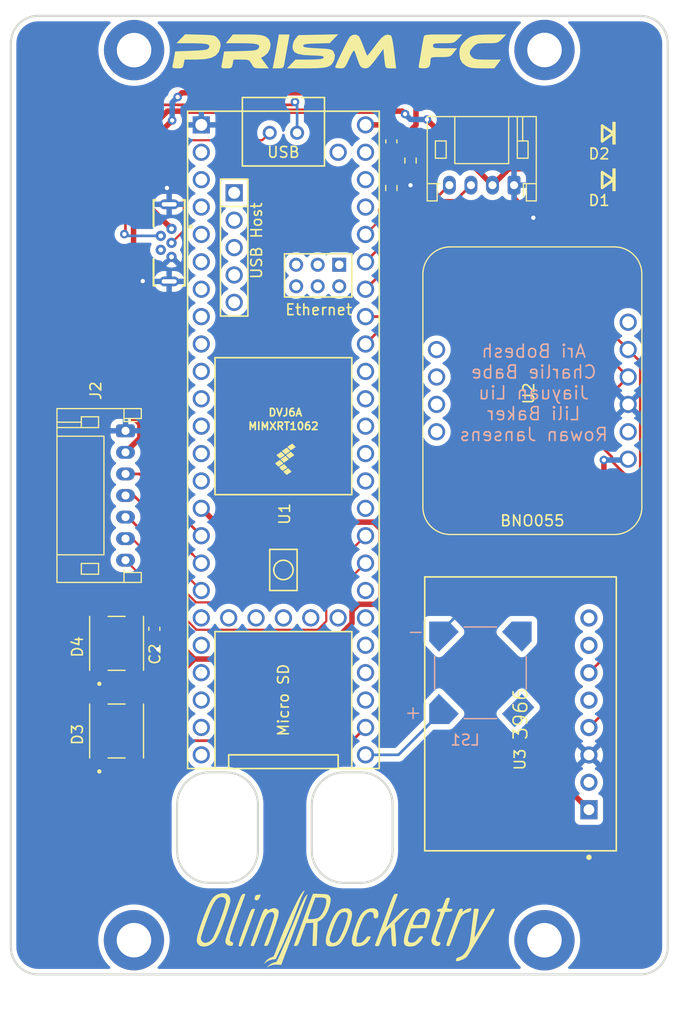
<source format=kicad_pcb>
(kicad_pcb (version 20211014) (generator pcbnew)
  (layers (0 "F.Cu" signal) (31 "B.Cu" signal) (34 "B.Paste" user) (35 "F.Paste" user) (36 "B.SilkS" user "B.Silkscreen") (37 "F.SilkS" user "F.Silkscreen") (38 "B.Mask" user) (39 "F.Mask" user) (44 "Edge.Cuts" user))
  (net 0 "")
  (net 1 "/V_BATT")
  (net 2 "GND")
  (net 3 "/TX 0")
  (net 4 "/PYRO 1")
  (net 5 "/PYRO 2")
  (net 6 "/CONT 1")
  (net 7 "/CONT 2")
  (net 8 "/ARM")
  (net 9 "Net-(R4-Pad2)")
  (net 20 "/SCL 0")
  (net 21 "/SDA 0")
  (net 22 "/BUZZER")
  (net 29 "/RX 0")
  (net 46 "/3.3V")
  (net 66 "Net-(D3-Pad4)")
  (net 67 "/NEOPIXEL")
  (net 68 "/VIN")
  (net 69 "/V_USB")
  (net 71 "Net-(J3-Pad2)")
  (net 76 "Net-(J3-Pad3)")
  (footprint "Resistor_SMD:R_0603_1608Metric" (layer "F.Cu") (at 142.494 66.04 90)
    (fp_text reference "R5" hide)
    (fp_text value "300K" hide)
    (pad "1" smd roundrect (at -0.825 0 90) (size 0.8 0.95) (layers "F.Cu" "F.Paste" "F.Mask") (net 9 "Net-(R4-Pad2)"))
    (pad "2" smd roundrect (at 0.825 0 90) (size 0.8 0.95) (layers "F.Cu" "F.Paste" "F.Mask") (net 2 "GND"))
  )
  (footprint "BMP388:Adafruit_Industries-3966-MFG" (layer "F.Cu") (at 154.48 114.81 90)
    (fp_text reference "U3" (at -5.332 -0.048 90) (layer "F.SilkS") (effects (justify left)))
    (fp_text value "3966" (at 0 0 90) (layer "F.SilkS") (effects (font (size 1.27 1.27))))
    (pad "1" thru_hole rect (at -8.89 6.35 180) (size 1.6 1.78) (drill 1) (layers *.Cu *.Mask) (net 46 "/3.3V"))
    (pad "2" thru_hole circle (at -6.35 6.35 180) (size 1.6 1.6) (drill 1) (layers *.Cu *.Mask))
    (pad "3" thru_hole circle (at -3.81 6.35 180) (size 1.6 1.6) (drill 1) (layers *.Cu *.Mask) (net 2 "GND"))
    (pad "4" thru_hole circle (at -1.27 6.35 180) (size 1.6 1.6) (drill 1) (layers *.Cu *.Mask) (net 20 "/SCL 0"))
    (pad "5" thru_hole circle (at 1.27 6.35 180) (size 1.6 1.6) (drill 1) (layers *.Cu *.Mask))
    (pad "6" thru_hole circle (at 3.81 6.35 180) (size 1.6 1.6) (drill 1) (layers *.Cu *.Mask) (net 21 "/SDA 0"))
    (pad "7" thru_hole circle (at 6.35 6.35 180) (size 1.6 1.6) (drill 1) (layers *.Cu *.Mask))
    (pad "8" thru_hole circle (at 8.89 6.35 180) (size 1.6 1.6) (drill 1) (layers *.Cu *.Mask))
  )
  (footprint "MountingHole:MountingHole_3.2mm_M3_DIN965_Pad_TopBottom" (layer "F.Cu") (at 118.614971 53.255682)
    (fp_text reference "H1")
    (fp_text value "MountingHole_Pad")
    (pad "1" thru_hole circle (at 0 0) (size 3.6 3.6) (drill 3.2) (layers *.Cu *.Mask))
    (pad "1" connect circle (at 0 0) (size 5.6 5.6) (layers "F.Cu" "F.Mask"))
    (pad "1" connect circle (at 0 0) (size 5.6 5.6) (layers "B.Cu" "B.Mask"))
  )
  (footprint "Connector_JST:JST_PH_S7B-PH-K_1x07_P2.00mm_Horizontal" (layer "F.Cu") (at 117.82 88.56 -90)
    (fp_text reference "J2" (at -3.724 2.758 90) (layer "F.SilkS"))
    (fp_text value "CORE_IO" hide)
    (pad "1" thru_hole roundrect (at 0 0 270) (size 1.2 1.75) (drill 0.75) (layers *.Cu *.Mask) (roundrect_rratio 0.2083333333) (net 2 "GND"))
    (pad "2" thru_hole oval (at 2 0 270) (size 1.2 1.75) (drill 0.75) (layers *.Cu *.Mask) (net 1 "/V_BATT"))
    (pad "3" thru_hole oval (at 4 0 270) (size 1.2 1.75) (drill 0.75) (layers *.Cu *.Mask) (net 4 "/PYRO 1"))
    (pad "4" thru_hole oval (at 6 0 270) (size 1.2 1.75) (drill 0.75) (layers *.Cu *.Mask) (net 5 "/PYRO 2"))
    (pad "5" thru_hole oval (at 8 0 270) (size 1.2 1.75) (drill 0.75) (layers *.Cu *.Mask) (net 8 "/ARM"))
    (pad "6" thru_hole oval (at 10 0 270) (size 1.2 1.75) (drill 0.75) (layers *.Cu *.Mask) (net 6 "/CONT 1"))
    (pad "7" thru_hole oval (at 12 0 270) (size 1.2 1.75) (drill 0.75) (layers *.Cu *.Mask) (net 7 "/CONT 2"))
  )
  (footprint "LOGO" (layer "F.Cu") (at 137.506882 53.550235)
    (fp_text reference "" (at 0 0) (layer "F.SilkS") (effects (font (size 1.524 1.524) (thickness 0.3))))
    (fp_text value "LOGO" hide)
  )
  (footprint "Capacitor_SMD:C_0603_1608Metric" (layer "F.Cu") (at 142.494 61.722 -90)
    (fp_text reference "C1" hide)
    (fp_text value "0.1uf" hide)
    (pad "1" smd roundrect (at -0.775 0 270) (size 0.9 0.95) (layers "F.Cu" "F.Paste" "F.Mask") (net 68 "/VIN"))
    (pad "2" smd roundrect (at 0.775 0 270) (size 0.9 0.95) (layers "F.Cu" "F.Paste" "F.Mask") (net 2 "GND"))
  )
  (footprint "MountingHole:MountingHole_3.2mm_M3_DIN965_Pad_TopBottom" (layer "F.Cu") (at 118.603304 135.797904)
    (fp_text reference "H4")
    (fp_text value "MountingHole")
    (pad "1" thru_hole circle (at 0 0) (size 3.6 3.6) (drill 3.2) (layers *.Cu *.Mask))
    (pad "1" connect circle (at 0 0) (size 5.6 5.6) (layers "F.Cu" "F.Mask"))
    (pad "1" connect circle (at 0 0) (size 5.6 5.6) (layers "B.Cu" "B.Mask"))
  )
  (footprint "MountingHole:MountingHole_3.2mm_M3_DIN965_Pad_TopBottom" (layer "F.Cu") (at 156.706146 53.242782)
    (fp_text reference "H3" hide)
    (fp_text value "MountingHole")
    (pad "1" thru_hole circle (at 0 0) (size 3.6 3.6) (drill 3.2) (layers *.Cu *.Mask))
    (pad "1" connect circle (at 0 0) (size 5.6 5.6) (layers "B.Cu" "B.Mask"))
    (pad "1" connect circle (at 0 0) (size 5.6 5.6) (layers "F.Cu" "F.Mask"))
  )
  (footprint "Sensors:BNO055_Breakout" (layer "F.Cu") (at 155.58 84.84 90)
    (fp_text reference "U2" (at -0.25 -0.3352 90) (layer "F.SilkS"))
    (fp_text value "BNO055_Breakout")
    (fp_text user "BNO055" (at -12.065 0) (layer "F.SilkS"))
    (pad "1" thru_hole circle locked (at -6.35 8.89 180) (size 1.6 1.6) (drill 1.1) (layers *.Cu *.Mask) (net 46 "/3.3V"))
    (pad "2" thru_hole circle locked (at -3.81 8.89 180) (size 1.6 1.6) (drill 1.1) (layers *.Cu *.Mask))
    (pad "3" thru_hole circle locked (at -1.27 8.89 180) (size 1.6 1.6) (drill 1.1) (layers *.Cu *.Mask) (net 2 "GND"))
    (pad "4" thru_hole circle locked (at 1.27 8.89 180) (size 1.6 1.6) (drill 1.1) (layers *.Cu *.Mask) (net 21 "/SDA 0"))
    (pad "5" thru_hole circle locked (at 3.81 8.89 180) (size 1.6 1.6) (drill 1.1) (layers *.Cu *.Mask) (net 20 "/SCL 0"))
    (pad "6" thru_hole circle locked (at 6.35 8.89 180) (size 1.6 1.6) (drill 1.1) (layers *.Cu *.Mask))
    (pad "7" thru_hole circle locked (at 3.81 -8.89 180) (size 1.6 1.6) (drill 1.1) (layers *.Cu *.Mask))
    (pad "8" thru_hole circle locked (at 1.27 -8.89 180) (size 1.6 1.6) (drill 1.1) (layers *.Cu *.Mask))
    (pad "9" thru_hole circle locked (at -1.27 -8.89 180) (size 1.6 1.6) (drill 1.1) (layers *.Cu *.Mask))
    (pad "10" thru_hole circle locked (at -3.81 -8.89 180) (size 1.6 1.6) (drill 1.1) (layers *.Cu *.Mask))
  )
  (footprint "JLC_footprints:DO-214AC" (layer "F.Cu") (at 162.306 65.278 180)
    (fp_text reference "D1" (at 0.535 -1.921) (layer "F.SilkS"))
    (fp_text value "SS54")
    (pad "A" smd rect locked (at 2.05 0 180) (size 1.8 1.7) (layers "F.Cu" "F.Paste" "F.Mask") (net 1 "/V_BATT"))
    (pad "C" smd rect locked (at -2.05 0 180) (size 1.8 1.7) (layers "F.Cu" "F.Paste" "F.Mask") (net 68 "/VIN"))
  )
  (footprint "Resistor_SMD:R_0603_1608Metric" (layer "F.Cu") (at 144.272 63.5 -90)
    (fp_text reference "R4" hide)
    (fp_text value "200K" hide)
    (pad "1" smd roundrect (at -0.825 0 270) (size 0.8 0.95) (layers "F.Cu" "F.Paste" "F.Mask") (net 68 "/VIN"))
    (pad "2" smd roundrect (at 0.825 0 270) (size 0.8 0.95) (layers "F.Cu" "F.Paste" "F.Mask") (net 9 "Net-(R4-Pad2)"))
  )
  (footprint "neopixel:LED_1655" (layer "F.Cu") (at 116.9924 108.2713 90)
    (fp_text reference "D4" (at -0.325 -3.635 90) (layer "F.SilkS"))
    (fp_text value "1655")
    (pad "1" smd rect locked (at -2.45 -1.6 180) (size 1 1.5) (layers "F.Cu" "F.Paste" "F.Mask") (net 2 "GND"))
    (pad "2" smd rect locked (at -2.45 1.6 180) (size 1 1.5) (layers "F.Cu" "F.Paste" "F.Mask") (net 66 "Net-(D3-Pad4)"))
    (pad "3" smd rect locked (at 2.45 1.6 180) (size 1 1.5) (layers "F.Cu" "F.Paste" "F.Mask") (net 46 "/3.3V"))
    (pad "4" smd rect locked (at 2.45 -1.6 180) (size 1 1.5) (layers "F.Cu" "F.Paste" "F.Mask"))
  )
  (footprint "Capacitor_SMD:C_0603_1608Metric" (layer "F.Cu") (at 120.4976 106.921 90)
    (fp_text reference "C2" (at -2.3498 0.0508 90) (layer "F.SilkS"))
    (fp_text value "0.1uf")
    (pad "1" smd roundrect (at -0.775 0 90) (size 0.9 0.95) (layers "F.Cu" "F.Paste" "F.Mask") (net 2 "GND"))
    (pad "2" smd roundrect (at 0.775 0 90) (size 0.9 0.95) (layers "F.Cu" "F.Paste" "F.Mask") (net 46 "/3.3V"))
  )
  (footprint "neopixel:LED_1655" (layer "F.Cu") (at 116.9924 116.3993 90)
    (fp_text reference "D3" (at -0.325 -3.635 90) (layer "F.SilkS"))
    (fp_text value "1655")
    (pad "1" smd rect locked (at -2.45 -1.6 180) (size 1 1.5) (layers "F.Cu" "F.Paste" "F.Mask") (net 2 "GND"))
    (pad "2" smd rect locked (at -2.45 1.6 180) (size 1 1.5) (layers "F.Cu" "F.Paste" "F.Mask") (net 67 "/NEOPIXEL"))
    (pad "3" smd rect locked (at 2.45 1.6 180) (size 1 1.5) (layers "F.Cu" "F.Paste" "F.Mask") (net 46 "/3.3V"))
    (pad "4" smd rect locked (at 2.45 -1.6 180) (size 1 1.5) (layers "F.Cu" "F.Paste" "F.Mask") (net 66 "Net-(D3-Pad4)"))
  )
  (footprint "USB:GCT_USB3131-30-0230-A_REVB" (layer "F.Cu") (at 121.8725 71.13 -90)
    (fp_text reference "J3" hide)
    (fp_text value "USB_micro" hide)
    (pad "1" thru_hole circle locked (at -1.3 -0.22 270) (size 0.958 0.958) (drill 0.45) (layers *.Cu *.Mask) (net 69 "/V_USB"))
    (pad "2" thru_hole circle locked (at -0.65 0.78 270) (size 0.958 0.958) (drill 0.45) (layers *.Cu *.Mask) (net 71 "Net-(J3-Pad2)"))
    (pad "3" thru_hole circle locked (at 0 -0.22 270) (size 0.958 0.958) (drill 0.45) (layers *.Cu *.Mask) (net 76 "Net-(J3-Pad3)"))
    (pad "4" thru_hole circle locked (at 0.65 0.78 270) (size 0.958 0.958) (drill 0.45) (layers *.Cu *.Mask))
    (pad "5" thru_hole circle locked (at 1.3 -0.22 270) (size 0.958 0.958) (drill 0.45) (layers *.Cu *.Mask) (net 2 "GND"))
    (pad "S1" thru_hole oval locked (at -3.575 0 270) (size 0.908 1.816) (drill oval 0.4 1.4) (layers *.Cu *.Mask) (net 2 "GND"))
    (pad "S2" thru_hole oval locked (at 3.575 0 270) (size 0.908 1.816) (drill oval 0.4 1.4) (layers *.Cu *.Mask) (net 2 "GND"))
  )
  (footprint "MountingHole:MountingHole_3.2mm_M3_DIN965_Pad_TopBottom" (layer "F.Cu") (at 156.701211 135.804448)
    (fp_text reference "H2")
    (fp_text value "MountingHole")
    (pad "1" thru_hole circle (at 0 0) (size 3.6 3.6) (drill 3.2) (layers *.Cu *.Mask))
    (pad "1" connect circle (at 0 0) (size 5.6 5.6) (layers "B.Cu" "B.Mask"))
    (pad "1" connect circle (at 0 0) (size 5.6 5.6) (layers "F.Cu" "F.Mask"))
  )
  (footprint "JLC_footprints:DO-214AC" (layer "F.Cu") (at 162.306 60.96 180)
    (fp_text reference "D2" (at 0.535 -1.921) (layer "F.SilkS"))
    (fp_text value "SS54")
    (pad "A" smd rect locked (at 2.05 0 180) (size 1.8 1.7) (layers "F.Cu" "F.Paste" "F.Mask") (net 69 "/V_USB"))
    (pad "C" smd rect locked (at -2.05 0 180) (size 1.8 1.7) (layers "F.Cu" "F.Paste" "F.Mask") (net 68 "/VIN"))
  )
  (footprint "LOGO" (layer "F.Cu") (at 138.1252 134.4676)
    (fp_text reference "" (at 0 0) (layer "F.SilkS") (effects (font (size 1.524 1.524) (thickness 0.3))))
    (fp_text value "LOGO" hide)
  )
  (footprint "Teensy:Teensy41" (layer "F.Cu") (at 132.475 89.4 -90)
    (fp_text reference "U1" (at 6.866 -0.113 90) (layer "F.SilkS"))
    (fp_text value "Teensy4.1")
    (fp_text user "USB Host" (at -18.4658 2.4892 90) (layer "F.SilkS"))
    (fp_text user "MIMXRT1062" (at -1.27 0) (layer "F.SilkS") (effects (font (size 0.7 0.7))))
    (fp_text user "Micro SD" (at 24.13 0 90) (layer "F.SilkS"))
    (fp_text user "USB" (at -26.67 0) (layer "F.SilkS"))
    (fp_text user "Ethernet" (at -12.065 -3.2766) (layer "F.SilkS"))
    (fp_text user "DVJ6A" (at -2.54 -0.18) (layer "F.SilkS") (effects (font (size 0.7 0.7))))
    (pad "1" thru_hole rect locked (at -29.21 7.62 270) (size 1.6 1.6) (drill 1.1) (layers *.Cu *.Mask) (net 2 "GND"))
    (pad "2" thru_hole circle locked (at -26.67 7.62 270) (size 1.6 1.6) (drill 1.1) (layers *.Cu *.Mask))
    (pad "3" thru_hole circle locked (at -24.13 7.62 270) (size 1.6 1.6) (drill 1.1) (layers *.Cu *.Mask))
    (pad "4" thru_hole circle locked (at -21.59 7.62 270) (size 1.6 1.6) (drill 1.1) (layers *.Cu *.Mask))
    (pad "5" thru_hole circle locked (at -19.05 7.62 270) (size 1.6 1.6) (drill 1.1) (layers *.Cu *.Mask))
    (pad "6" thru_hole circle locked (at -16.51 7.62 270) (size 1.6 1.6) (drill 1.1) (layers *.Cu *.Mask))
    (pad "7" thru_hole circle locked (at -13.97 7.62 270) (size 1.6 1.6) (drill 1.1) (layers *.Cu *.Mask))
    (pad "8" thru_hole circle locked (at -11.43 7.62 270) (size 1.6 1.6) (drill 1.1) (layers *.Cu *.Mask))
    (pad "9" thru_hole circle locked (at -8.89 7.62 270) (size 1.6 1.6) (drill 1.1) (layers *.Cu *.Mask))
    (pad "10" thru_hole circle locked (at -6.35 7.62 270) (size 1.6 1.6) (drill 1.1) (layers *.Cu *.Mask))
    (pad "11" thru_hole circle locked (at -3.81 7.62 270) (size 1.6 1.6) (drill 1.1) (layers *.Cu *.Mask))
    (pad "12" thru_hole circle locked (at -1.27 7.62 270) (size 1.6 1.6) (drill 1.1) (layers *.Cu *.Mask))
    (pad "13" thru_hole circle locked (at 1.27 7.62 270) (size 1.6 1.6) (drill 1.1) (layers *.Cu *.Mask))
    (pad "14" thru_hole circle locked (at 3.81 7.62 270) (size 1.6 1.6) (drill 1.1) (layers *.Cu *.Mask))
    (pad "15" thru_hole circle locked (at 6.35 7.62 270) (size 1.6 1.6) (drill 1.1) (layers *.Cu *.Mask) (net 46 "/3.3V"))
    (pad "16" thru_hole circle locked (at 8.89 7.62 270) (size 1.6 1.6) (drill 1.1) (layers *.Cu *.Mask) (net 4 "/PYRO 1"))
    (pad "17" thru_hole circle locked (at 11.43 7.62 270) (size 1.6 1.6) (drill 1.1) (layers *.Cu *.Mask) (net 5 "/PYRO 2"))
    (pad "18" thru_hole circle locked (at 13.97 7.62 270) (size 1.6 1.6) (drill 1.1) (layers *.Cu *.Mask) (net 8 "/ARM"))
    (pad "19" thru_hole circle locked (at 16.51 7.62 270) (size 1.6 1.6) (drill 1.1) (layers *.Cu *.Mask))
    (pad "20" thru_hole circle locked (at 19.05 7.62 270) (size 1.6 1.6) (drill 1.1) (layers *.Cu *.Mask))
    (pad "21" thru_hole circle locked (at 21.59 7.62 270) (size 1.6 1.6) (drill 1.1) (layers *.Cu *.Mask))
    (pad "22" thru_hole circle locked (at 24.13 7.62 270) (size 1.6 1.6) (drill 1.1) (layers *.Cu *.Mask))
    (pad "23" thru_hole circle locked (at 26.67 7.62 270) (size 1.6 1.6) (drill 1.1) (layers *.Cu *.Mask))
    (pad "24" thru_hole circle locked (at 29.21 7.62 270) (size 1.6 1.6) (drill 1.1) (layers *.Cu *.Mask))
    (pad "25" thru_hole circle locked (at 29.21 -7.62 270) (size 1.6 1.6) (drill 1.1) (layers *.Cu *.Mask) (net 22 "/BUZZER"))
    (pad "26" thru_hole circle locked (at 26.67 -7.62 270) (size 1.6 1.6) (drill 1.1) (layers *.Cu *.Mask) (net 67 "/NEOPIXEL"))
    (pad "27" thru_hole circle locked (at 24.13 -7.62 270) (size 1.6 1.6) (drill 1.1) (layers *.Cu *.Mask))
    (pad "28" thru_hole circle locked (at 21.59 -7.62 270) (size 1.6 1.6) (drill 1.1) (layers *.Cu *.Mask))
    (pad "29" thru_hole circle locked (at 19.05 -7.62 270) (size 1.6 1.6) (drill 1.1) (layers *.Cu *.Mask))
    (pad "30" thru_hole circle locked (at 16.51 -7.62 270) (size 1.6 1.6) (drill 1.1) (layers *.Cu *.Mask))
    (pad "31" thru_hole circle locked (at 13.97 -7.62 270) (size 1.6 1.6) (drill 1.1) (layers *.Cu *.Mask))
    (pad "32" thru_hole circle locked (at 11.43 -7.62 270) (size 1.6 1.6) (drill 1.1) (layers *.Cu *.Mask) (net 7 "/CONT 2"))
    (pad "33" thru_hole circle locked (at 8.89 -7.62 270) (size 1.6 1.6) (drill 1.1) (layers *.Cu *.Mask) (net 6 "/CONT 1"))
    (pad "34" thru_hole circle locked (at 6.35 -7.62 270) (size 1.6 1.6) (drill 1.1) (layers *.Cu *.Mask))
    (pad "35" thru_hole circle locked (at 3.81 -7.62 270) (size 1.6 1.6) (drill 1.1) (layers *.Cu *.Mask))
    (pad "36" thru_hole circle locked (at 1.27 -7.62 270) (size 1.6 1.6) (drill 1.1) (layers *.Cu *.Mask))
    (pad "37" thru_hole circle locked (at -1.27 -7.62 270) (size 1.6 1.6) (drill 1.1) (layers *.Cu *.Mask))
    (pad "38" thru_hole circle locked (at -3.81 -7.62 270) (size 1.6 1.6) (drill 1.1) (layers *.Cu *.Mask))
    (pad "39" thru_hole circle locked (at -6.35 -7.62 270) (size 1.6 1.6) (drill 1.1) (layers *.Cu *.Mask))
    (pad "40" thru_hole circle locked (at -8.89 -7.62 270) (size 1.6 1.6) (drill 1.1) (layers *.Cu *.Mask) (net 21 "/SDA 0"))
    (pad "41" thru_hole circle locked (at -11.43 -7.62 270) (size 1.6 1.6) (drill 1.1) (layers *.Cu *.Mask) (net 20 "/SCL 0"))
    (pad "42" thru_hole circle locked (at -13.97 -7.62 270) (size 1.6 1.6) (drill 1.1) (layers *.Cu *.Mask) (net 3 "/TX 0"))
    (pad "43" thru_hole circle locked (at -16.51 -7.62 270) (size 1.6 1.6) (drill 1.1) (layers *.Cu *.Mask) (net 29 "/RX 0"))
    (pad "44" thru_hole circle locked (at -19.05 -7.62 270) (size 1.6 1.6) (drill 1.1) (layers *.Cu *.Mask) (net 9 "Net-(R4-Pad2)"))
    (pad "45" thru_hole circle locked (at -21.59 -7.62 270) (size 1.6 1.6) (drill 1.1) (layers *.Cu *.Mask))
    (pad "46" thru_hole circle locked (at -24.13 -7.62 270) (size 1.6 1.6) (drill 1.1) (layers *.Cu *.Mask))
    (pad "47" thru_hole circle locked (at -26.67 -7.62 270) (size 1.6 1.6) (drill 1.1) (layers *.Cu *.Mask))
    (pad "48" thru_hole circle locked (at -29.21 -7.62 270) (size 1.6 1.6) (drill 1.1) (layers *.Cu *.Mask) (net 68 "/VIN"))
    (pad "49" thru_hole circle locked (at -26.67 -5.08 270) (size 1.6 1.6) (drill 1.1) (layers *.Cu *.Mask))
    (pad "50" thru_hole circle locked (at 16.51 5.08 270) (size 1.6 1.6) (drill 1.1) (layers *.Cu *.Mask))
    (pad "51" thru_hole circle locked (at 16.51 2.54 270) (size 1.6 1.6) (drill 1.1) (layers *.Cu *.Mask))
    (pad "52" thru_hole circle locked (at 16.51 0 270) (size 1.6 1.6) (drill 1.1) (layers *.Cu *.Mask))
    (pad "53" thru_hole circle locked (at 16.51 -2.54 270) (size 1.6 1.6) (drill 1.1) (layers *.Cu *.Mask))
    (pad "54" thru_hole circle locked (at 16.51 -5.08 270) (size 1.6 1.6) (drill 1.1) (layers *.Cu *.Mask))
    (pad "55" thru_hole rect locked (at -22.9108 4.5692 270) (size 1.6 1.6) (drill 1.1) (layers *.Cu *.Mask))
    (pad "56" thru_hole circle locked (at -20.3708 4.5692 270) (size 1.6 1.6) (drill 1.1) (layers *.Cu *.Mask))
    (pad "57" thru_hole circle locked (at -17.8308 4.5692 270) (size 1.6 1.6) (drill 1.1) (layers *.Cu *.Mask))
    (pad "58" thru_hole circle locked (at -15.2908 4.5692 270) (size 1.6 1.6) (drill 1.1) (layers *.Cu *.Mask))
    (pad "59" thru_hole circle locked (at -12.7508 4.5692 270) (size 1.6 1.6) (drill 1.1) (layers *.Cu *.Mask))
    (pad "60" thru_hole rect locked (at -16.24 -5.1816 270) (size 1.3 1.3) (drill 0.8) (layers *.Cu *.Mask))
    (pad "61" thru_hole circle locked (at -16.24 -3.1816 270) (size 1.3 1.3) (drill 0.8) (layers *.Cu *.Mask))
    (pad "62" thru_hole circle locked (at -16.24 -1.1816 270) (size 1.3 1.3) (drill 0.8) (layers *.Cu *.Mask))
    (pad "63" thru_hole circle locked (at -14.24 -1.1816 270) (size 1.3 1.3) (drill 0.8) (layers *.Cu *.Mask))
    (pad "64" thru_hole circle locked (at -14.24 -3.1816 270) (size 1.3 1.3) (drill 0.8) (layers *.Cu *.Mask))
    (pad "65" thru_hole circle locked (at -14.24 -5.1816 270) (size 1.3 1.3) (drill 0.8) (layers *.Cu *.Mask))
    (pad "66" thru_hole circle locked (at -28.48 -1.27 270) (size 1.3 1.3) (drill 0.8) (layers *.Cu *.Mask) (net 71 "Net-(J3-Pad2)"))
    (pad "67" thru_hole circle locked (at -28.48 1.27 270) (size 1.3 1.3) (drill 0.8) (layers *.Cu *.Mask) (net 76 "Net-(J3-Pad3)"))
  )
  (footprint "Connector_JST:JST_PH_S4B-PH-K_1x04_P2.00mm_Horizontal" (layer "F.Cu") (at 153.88 65.78 180)
    (fp_text reference "J1" hide)
    (fp_text value "EAST" hide)
    (pad "1" thru_hole roundrect (at 0 0 180) (size 1.2 1.75) (drill 0.75) (layers *.Cu *.Mask) (roundrect_rratio 0.2083333333) (net 2 "GND"))
    (pad "2" thru_hole oval (at 2 0 180) (size 1.2 1.75) (drill 0.75) (layers *.Cu *.Mask) (net 1 "/V_BATT"))
    (pad "3" thru_hole oval (at 4 0 180) (size 1.2 1.75) (drill 0.75) (layers *.Cu *.Mask) (net 3 "/TX 0"))
    (pad "4" thru_hole oval (at 6 0 180) (size 1.2 1.75) (drill 0.75) (layers *.Cu *.Mask) (net 29 "/RX 0"))
  )
  (footprint "buzzer:XDCR_SMT-0827-S-HT-R" (layer "B.Cu") (at 150.75825 111.002)
    (fp_text reference "LS1" (at -1.425 6.235) (layer "B.SilkS") (effects (justify mirror)))
    (fp_text value "SMT-0827-S-HT-R" hide)
    (pad "2" smd custom locked (at 3.45 3.45) (size 1 1) (layers "B.Cu") (options (clearance outline) (anchor rect)) (primitives (gr_poly (pts (xy -1.44056 0.34792) (xy 0.39792 -1.49056) (xy 1.55 -0.23848) (xy -0.28848 1.6)) (width 0.01) (fill yes))))
    (pad "4" smd custom locked (at 3.6 -3.6) (size 1 1) (layers "B.Cu") (options (clearance outline) (anchor rect)) (primitives (gr_poly (pts (xy 0.24792 1.64056) (xy -1.59056 -0.19792) (xy -0.68848 -1.15) (xy 1.15 -1.15) (xy 1.15 0.68848)) (width 0.01) (fill yes))))
    (pad "N" smd custom locked (at -3.6 -3.6) (size 1 1) (layers "B.Cu") (net 2 "GND") (options (clearance outline) (anchor rect)) (primitives (gr_poly (pts (xy 1.59056 -0.19792) (xy -0.24792 1.64056) (xy -1.15 0.68848) (xy -1.15 -1.15) (xy 0.68848 -1.15)) (width 0.01) (fill yes))))
    (pad "P" smd custom locked (at -3.6 3.6) (size 1 1) (layers "B.Cu") (net 22 "/BUZZER") (options (clearance outline) (anchor rect)) (primitives (gr_poly (pts (xy -0.24792 -1.64056) (xy 1.59056 0.19792) (xy 0.68848 1.15) (xy -1.15 1.15) (xy -1.15 -0.68848)) (width 0.01) (fill yes))))
  )
  (gr_line (start 142.61 123.23) (end 142.61 127.484) (layer "Edge.Cuts") (width 0.2))
  (gr_arc (start 130.11 127.484) (mid 129.23132 129.60532) (end 127.11 130.484) (layer "Edge.Cuts") (width 0.2))
  (gr_line (start 168.14 136.435) (end 168.14 52.615) (layer "Edge.Cuts") (width 0.2))
  (gr_line (start 125.61 130.484) (end 127.11 130.484) (layer "Edge.Cuts") (width 0.2))
  (gr_line (start 109.72 138.975) (end 165.6 138.975) (layer "Edge.Cuts") (width 0.2))
  (gr_line (start 139.61 120.23) (end 138.11 120.23) (layer "Edge.Cuts") (width 0.2))
  (gr_arc (start 168.14 136.435) (mid 167.396051 138.231051) (end 165.6 138.975) (layer "Edge.Cuts") (width 0.2))
  (gr_arc (start 135.11 123.23) (mid 135.98868 121.10868) (end 138.11 120.23) (layer "Edge.Cuts") (width 0.2))
  (gr_line (start 135.11 123.23) (end 135.11 127.484) (layer "Edge.Cuts") (width 0.2))
  (gr_line (start 107.18 52.615) (end 107.18 136.435) (layer "Edge.Cuts") (width 0.2))
  (gr_arc (start 125.61 130.484) (mid 123.48868 129.60532) (end 122.61 127.484) (layer "Edge.Cuts") (width 0.2))
  (gr_line (start 165.6 50.075) (end 109.72 50.075) (layer "Edge.Cuts") (width 0.2))
  (gr_arc (start 107.18 52.615) (mid 107.923949 50.818949) (end 109.72 50.075) (layer "Edge.Cuts") (width 0.2))
  (gr_line (start 125.61 120.23) (end 127.11 120.23) (layer "Edge.Cuts") (width 0.2))
  (gr_arc (start 165.6 50.075) (mid 167.396051 50.818949) (end 168.14 52.615) (layer "Edge.Cuts") (width 0.2))
  (gr_arc (start 139.61 120.23) (mid 141.73132 121.10868) (end 142.61 123.23) (layer "Edge.Cuts") (width 0.2))
  (gr_arc (start 122.61 123.23) (mid 123.48868 121.10868) (end 125.61 120.23) (layer "Edge.Cuts") (width 0.2))
  (gr_line (start 130.11 123.23) (end 130.11 127.484) (layer "Edge.Cuts") (width 0.2))
  (gr_line (start 122.61 127.484) (end 122.61 123.23) (layer "Edge.Cuts") (width 0.2))
  (gr_arc (start 109.72 138.975) (mid 107.923949 138.231051) (end 107.18 136.435) (layer "Edge.Cuts") (width 0.2))
  (gr_arc (start 138.11 130.484) (mid 135.98868 129.60532) (end 135.11 127.484) (layer "Edge.Cuts") (width 0.2))
  (gr_arc (start 142.61 127.484) (mid 141.73132 129.60532) (end 139.61 130.484) (layer "Edge.Cuts") (width 0.2))
  (gr_arc (start 127.11 120.23) (mid 129.23132 121.10868) (end 130.11 123.23) (layer "Edge.Cuts") (width 0.2))
  (gr_line (start 138.11 130.484) (end 139.61 130.484) (layer "Edge.Cuts") (width 0.2))
  (gr_text "Ari Bobesh\nCharlie Babe\nJiayuan Liu\nLili Baker\nRowan Jansens" (at 155.702 85.0392) (layer "B.SilkS") (effects (font (size 1.2 1.2)) (justify mirror)))
  (segment (start 143.764 59.182) (end 143.502 58.92) (width 0.508) (layer "F.Cu") (net 1))
  (segment (start 143.502 58.92) (end 121.71 58.92) (width 0.508) (layer "F.Cu") (net 1))
  (segment (start 119.149 89.231) (end 117.82 90.56) (width 0.508) (layer "F.Cu") (net 1))
  (segment (start 118.5672 62.0628) (end 118.5672 87.506) (width 0.508) (layer "F.Cu") (net 1))
  (segment (start 118.736606 87.506) (end 119.149 87.918394) (width 0.508) (layer "F.Cu") (net 1))
  (segment (start 159.24 64.262) (end 160.256 65.278) (width 0.508) (layer "F.Cu") (net 1))
  (segment (start 119.149 87.918394) (end 119.149 89.231) (width 0.508) (layer "F.Cu") (net 1))
  (segment (start 151.88 65.78) (end 153.398 64.262) (width 0.508) (layer "F.Cu") (net 1))
  (segment (start 145.796 59.69) (end 145.796 59.696) (width 0.508) (layer "F.Cu") (net 1))
  (segment (start 118.5672 87.506) (end 118.736606 87.506) (width 0.508) (layer "F.Cu") (net 1))
  (segment (start 121.71 58.92) (end 118.5672 62.0628) (width 0.508) (layer "F.Cu") (net 1))
  (segment (start 145.796 59.696) (end 151.88 65.78) (width 0.508) (layer "F.Cu") (net 1))
  (segment (start 153.398 64.262) (end 159.24 64.262) (width 0.508) (layer "F.Cu") (net 1))
  (via (at 145.796 59.69) (size 0.8) (drill 0.4) (layers "F.Cu" "B.Cu") (net 1))
  (via (at 143.764 59.182) (size 0.8) (drill 0.4) (layers "F.Cu" "B.Cu") (net 1))
  (segment (start 144.272 59.69) (end 145.796 59.69) (width 0.508) (layer "B.Cu") (net 1))
  (segment (start 143.764 59.182) (end 144.272 59.69) (width 0.508) (layer "B.Cu") (net 1))
  (segment (start 121.666 66.04) (end 121.8725 66.2465) (width 0.2032) (layer "F.Cu") (net 2))
  (segment (start 113.9952 112.1185) (end 115.3924 110.7213) (width 0.508) (layer "F.Cu") (net 2))
  (segment (start 119.4497 74.705) (end 121.8725 74.705) (width 0.2032) (layer "F.Cu") (net 2))
  (segment (start 119.4207 74.676) (end 119.4497 74.705) (width 0.2032) (layer "F.Cu") (net 2))
  (segment (start 113.9952 117.4521) (end 113.9952 112.1185) (width 0.508) (layer "F.Cu") (net 2))
  (segment (start 118.4177 107.696) (end 120.4976 107.696) (width 0.508) (layer "F.Cu") (net 2))
  (segment (start 120.4976 107.696) (end 120.4976 108.458) (width 0.508) (layer "F.Cu") (net 2))
  (segment (start 115.3924 110.7213) (end 118.4177 107.696) (width 0.508) (layer "F.Cu") (net 2))
  (segment (start 120.4976 108.458) (end 120.8532 108.8136) (width 0.508) (layer "F.Cu") (net 2))
  (segment (start 142.494 62.497) (end 142.494 65.215) (width 0.508) (layer "F.Cu") (net 2))
  (segment (start 121.8725 66.2465) (end 121.8725 67.555) (width 0.2032) (layer "F.Cu") (net 2))
  (segment (start 115.3924 118.8493) (end 113.9952 117.4521) (width 0.508) (layer "F.Cu") (net 2))
  (segment (start 144.272 65.786) (end 143.701 65.215) (width 0.508) (layer "F.Cu") (net 2))
  (segment (start 153.88 65.78) (end 153.88 67.01) (width 0.508) (layer "F.Cu") (net 2))
  (segment (start 153.88 67.01) (end 155.67 68.8) (width 0.508) (layer "F.Cu") (net 2))
  (segment (start 143.701 65.215) (end 142.494 65.215) (width 0.508) (layer "F.Cu") (net 2))
  (via (at 120.8532 108.8136) (size 0.8) (drill 0.4) (layers "F.Cu" "B.Cu") (net 2))
  (via (at 144.272 65.786) (size 0.8) (drill 0.4) (layers "F.Cu" "B.Cu") (net 2))
  (via (at 119.4207 74.676) (size 0.8) (drill 0.4) (layers "F.Cu" "B.Cu") (net 2))
  (via (at 155.67 68.8) (size 0.8) (drill 0.4) (layers "F.Cu" "B.Cu") (net 2))
  (via (at 121.666 66.04) (size 0.8) (drill 0.4) (layers "F.Cu" "B.Cu") (net 2))
  (segment (start 119.4207 74.676) (end 119.38 74.7167) (width 0.2032) (layer "B.Cu") (net 2))
  (segment (start 147.15825 107.09575) (end 149.86 104.394) (width 0.25) (layer "B.Cu") (net 2))
  (segment (start 147.15825 107.402) (end 147.15825 107.09575) (width 0.25) (layer "B.Cu") (net 2))
  (segment (start 149.88 65.78) (end 148.47211 67.18789) (width 0.25) (layer "F.Cu") (net 3))
  (segment (start 147.08789 67.18789) (end 145.94978 68.326) (width 0.25) (layer "F.Cu") (net 3))
  (segment (start 142.904 68.326) (end 142.2276 69.0024) (width 0.25) (layer "F.Cu") (net 3))
  (segment (start 145.94978 68.326) (end 142.904 68.326) (width 0.25) (layer "F.Cu") (net 3))
  (segment (start 148.47211 67.18789) (end 147.08789 67.18789) (width 0.25) (layer "F.Cu") (net 3))
  (segment (start 142.2276 73.2974) (end 140.095 75.43) (width 0.25) (layer "F.Cu") (net 3))
  (segment (start 142.2276 69.0024) (end 142.2276 73.2974) (width 0.25) (layer "F.Cu") (net 3))
  (segment (start 119.125 92.56) (end 124.855 98.29) (width 0.25) (layer "F.Cu") (net 4))
  (segment (start 117.82 92.56) (end 119.125 92.56) (width 0.25) (layer "F.Cu") (net 4))
  (segment (start 117.82 94.56) (end 118.585 94.56) (width 0.25) (layer "F.Cu") (net 5))
  (segment (start 118.585 94.56) (end 124.0325 100.0075) (width 0.25) (layer "F.Cu") (net 5))
  (segment (start 124.0325 100.0075) (end 124.855 100.83) (width 0.2032) (layer "F.Cu") (net 5))
  (segment (start 118.4482 98.56) (end 117.82 98.56) (width 0.2032) (layer "F.Cu") (net 6))
  (segment (start 124.3598 104.4716) (end 118.4482 98.56) (width 0.2032) (layer "F.Cu") (net 6))
  (segment (start 133.9134 104.4716) (end 124.3598 104.4716) (width 0.2032) (layer "F.Cu") (net 6))
  (segment (start 140.095 98.29) (end 133.9134 104.4716) (width 0.2032) (layer "F.Cu") (net 6))
  (segment (start 136.4534 106.2182) (end 136.4534 104.4716) (width 0.2032) (layer "F.Cu") (net 7))
  (segment (start 120.381449 103.121449) (end 117.82 100.56) (width 0.2032) (layer "F.Cu") (net 7))
  (segment (start 120.508551 103.121449) (end 120.381449 103.121449) (width 0.2032) (layer "F.Cu") (net 7))
  (segment (start 136.4534 104.4716) (end 140.095 100.83) (width 0.2032) (layer "F.Cu") (net 7))
  (segment (start 120.4 103.012898) (end 120.508551 103.121449) (width 0.2032) (layer "F.Cu") (net 7))
  (segment (start 120.508551 103.121449) (end 124.398702 107.0116) (width 0.2032) (layer "F.Cu") (net 7))
  (segment (start 124.398702 107.0116) (end 135.66 107.0116) (width 0.2032) (layer "F.Cu") (net 7))
  (segment (start 135.66 107.0116) (end 136.4534 106.2182) (width 0.2032) (layer "F.Cu") (net 7))
  (segment (start 118.045 96.56) (end 122.9675 101.4825) (width 0.25) (layer "F.Cu") (net 8))
  (segment (start 117.82 96.56) (end 118.045 96.56) (width 0.25) (layer "F.Cu") (net 8))
  (segment (start 122.9675 101.4825) (end 124.855 103.37) (width 0.2032) (layer "F.Cu") (net 8))
  (segment (start 142.494 66.865) (end 141.351 68.008) (width 0.2032) (layer "F.Cu") (net 9))
  (segment (start 141.351 69.094) (end 140.095 70.35) (width 0.2032) (layer "F.Cu") (net 9))
  (segment (start 145.034 66.548) (end 145.034 65.087) (width 0.2032) (layer "F.Cu") (net 9))
  (segment (start 145.034 65.087) (end 144.272 64.325) (width 0.2032) (layer "F.Cu") (net 9))
  (segment (start 141.351 68.008) (end 141.351 69.094) (width 0.2032) (layer "F.Cu") (net 9))
  (segment (start 142.494 66.865) (end 144.717 66.865) (width 0.2032) (layer "F.Cu") (net 9))
  (segment (start 144.717 66.865) (end 145.034 66.548) (width 0.2032) (layer "F.Cu") (net 9))
  (segment (start 161.41 77.97) (end 164.47 81.03) (width 0.25) (layer "F.Cu") (net 20))
  (segment (start 165.595 82.155) (end 165.595 111.315) (width 0.25) (layer "F.Cu") (net 20))
  (segment (start 165.595 111.315) (end 160.83 116.08) (width 0.25) (layer "F.Cu") (net 20))
  (segment (start 164.47 81.03) (end 165.595 82.155) (width 0.25) (layer "F.Cu") (net 20))
  (segment (start 140.095 77.97) (end 161.41 77.97) (width 0.25) (layer "F.Cu") (net 20))
  (segment (start 140.095 80.51) (end 141.335 79.27) (width 0.25) (layer "F.Cu") (net 21))
  (segment (start 160.782 88.806695) (end 160.782 87.258) (width 0.25) (layer "F.Cu") (net 21))
  (segment (start 164.76 93.18) (end 162.945 91.365) (width 0.25) (layer "F.Cu") (net 21))
  (segment (start 162.945 91.365) (end 162.945 90.969695) (width 0.25) (layer "F.Cu") (net 21))
  (segment (start 164.63 107.2) (end 164.63 93.31) (width 0.25) (layer "F.Cu") (net 21))
  (segment (start 162.945 90.969695) (end 160.782 88.806695) (width 0.25) (layer "F.Cu") (net 21))
  (segment (start 141.335 79.27) (end 160.22 79.27) (width 0.25) (layer "F.Cu") (net 21))
  (segment (start 164.63 93.31) (end 164.76 93.18) (width 0.25) (layer "F.Cu") (net 21))
  (segment (start 160.22 79.32) (end 164.47 83.57) (width 0.25) (layer "F.Cu") (net 21))
  (segment (start 160.22 79.27) (end 160.22 79.32) (width 0.25) (layer "F.Cu") (net 21))
  (segment (start 160.83 111) (end 164.63 107.2) (width 0.25) (layer "F.Cu") (net 21))
  (segment (start 160.782 87.258) (end 164.47 83.57) (width 0.25) (layer "F.Cu") (net 21))
  (segment (start 147.15825 114.602) (end 143.15025 118.61) (width 0.25) (layer "B.Cu") (net 22))
  (segment (start 143.15025 118.61) (end 140.095 118.61) (width 0.25) (layer "B.Cu") (net 22))
  (segment (start 142.717604 67.876) (end 141.7776 68.816004) (width 0.25) (layer "F.Cu") (net 29))
  (segment (start 147.859384 65.78) (end 145.763384 67.876) (width 0.25) (layer "F.Cu") (net 29))
  (segment (start 141.7776 71.2074) (end 140.095 72.89) (width 0.25) (layer "F.Cu") (net 29))
  (segment (start 147.88 65.78) (end 147.859384 65.78) (width 0.25) (layer "F.Cu") (net 29))
  (segment (start 141.7776 68.816004) (end 141.7776 71.2074) (width 0.25) (layer "F.Cu") (net 29))
  (segment (start 145.763384 67.876) (end 142.717604 67.876) (width 0.25) (layer "F.Cu") (net 29))
  (segment (start 158.25 121.12) (end 160.83 123.7) (width 0.508) (layer "F.Cu") (net 46))
  (segment (start 135.510424 109.728) (end 124.206 109.728) (width 0.508) (layer "F.Cu") (net 46))
  (segment (start 141.16 97.32) (end 158.25 97.32) (width 0.508) (layer "F.Cu") (net 46))
  (segment (start 124.206 109.728) (end 120.624 106.146) (width 0.508) (layer "F.Cu") (net 46))
  (segment (start 120.624 106.146) (end 120.4976 106.146) (width 0.508) (layer "F.Cu") (net 46))
  (segment (start 126.135 97.03) (end 124.855 95.75) (width 0.508) (layer "F.Cu") (net 46))
  (segment (start 138.841 106.397424) (end 135.510424 109.728) (width 0.508) (layer "F.Cu") (net 46))
  (segment (start 141.16 97.32) (end 140.87 97.03) (width 0.508) (layer "F.Cu") (net 46))
  (segment (start 118.9171 106.146) (end 118.5924 105.8213) (width 0.508) (layer "F.Cu") (net 46))
  (segment (start 124.206 109.728) (end 119.9847 113.9493) (width 0.508) (layer "F.Cu") (net 46))
  (segment (start 119.9847 113.9493) (end 118.5924 113.9493) (width 0.508) (layer "F.Cu") (net 46))
  (segment (start 138.841 105.253) (end 138.841 106.397424) (width 0.508) (layer "F.Cu") (net 46))
  (segment (start 140.87 97.03) (end 126.135 97.03) (width 0.508) (layer "F.Cu") (net 46))
  (segment (start 158.25 97.32) (end 158.25 121.12) (width 0.508) (layer "F.Cu") (net 46))
  (segment (start 120.4976 106.146) (end 118.9171 106.146) (width 0.508) (layer "F.Cu") (net 46))
  (segment (start 158.25 97.32) (end 162.22 93.35) (width 0.508) (layer "F.Cu") (net 46))
  (segment (start 141.16 97.32) (end 141.52 97.68) (width 0.508) (layer "F.Cu") (net 46))
  (segment (start 140.97 104.648) (end 139.446 104.648) (width 0.508) (layer "F.Cu") (net 46))
  (segment (start 141.52 97.68) (end 141.52 104.098) (width 0.508) (layer "F.Cu") (net 46))
  (segment (start 139.446 104.648) (end 138.841 105.253) (width 0.508) (layer "F.Cu") (net 46))
  (segment (start 162.22 93.35) (end 162.22 91.27) (width 0.508) (layer "F.Cu") (net 46))
  (segment (start 141.52 104.098) (end 140.97 104.648) (width 0.508) (layer "F.Cu") (net 46))
  (via (at 162.22 91.27) (size 0.8) (drill 0.4) (layers "F.Cu" "B.Cu") (net 46))
  (segment (start 162.22 91.27) (end 164.39 91.27) (width 0.508) (layer "B.Cu") (net 46))
  (segment (start 164.39 91.27) (end 164.47 91.19) (width 0.508) (layer "B.Cu") (net 46))
  (segment (start 115.3924 113.9213) (end 118.5924 110.7213) (width 0.2032) (layer "F.Cu") (net 66))
  (segment (start 115.3924 113.9493) (end 115.3924 113.9213) (width 0.2032) (layer "F.Cu") (net 66))
  (segment (start 140.095 116.07) (end 138.8678 117.2972) (width 0.25) (layer "F.Cu") (net 67))
  (segment (start 138.8678 117.2972) (end 120.1445 117.2972) (width 0.25) (layer "F.Cu") (net 67))
  (segment (start 120.1445 117.2972) (end 118.5924 118.8493) (width 0.25) (layer "F.Cu") (net 67))
  (segment (start 162.578 62.738) (end 162.578 63.5) (width 0.508) (layer "F.Cu") (net 68))
  (segment (start 162.578 62.738) (end 164.356 60.96) (width 0.508) (layer "F.Cu") (net 68))
  (segment (start 142.494 60.947) (end 144.031 60.947) (width 0.508) (layer "F.Cu") (net 68))
  (segment (start 162.578 63.5) (end 164.356 65.278) (width 0.508) (layer "F.Cu") (net 68))
  (segment (start 155.704236 57.912) (end 157.988 60.195764) (width 0.508) (layer "F.Cu") (net 68))
  (segment (start 142.544 60.947) (end 144.272 62.675) (width 0.508) (layer "F.Cu") (net 68))
  (segment (start 145.288 57.912) (end 155.704236 57.912) (width 0.508) (layer "F.Cu") (net 68))
  (segment (start 140.095 60.19) (end 141.979 60.19) (width 0.508) (layer "F.Cu") (net 68))
  (segment (start 142.494 60.947) (end 142.544 60.947) (width 0.508) (layer "F.Cu") (net 68))
  (segment (start 157.988 62.23) (end 158.496 62.738) (width 0.508) (layer "F.Cu") (net 68))
  (segment (start 157.988 60.195764) (end 157.988 62.23) (width 0.508) (layer "F.Cu") (net 68))
  (segment (start 144.78 60.198) (end 144.78 58.42) (width 0.508) (layer "F.Cu") (net 68))
  (segment (start 144.031 60.947) (end 144.78 60.198) (width 0.508) (layer "F.Cu") (net 68))
  (segment (start 141.979 60.432) (end 142.494 60.947) (width 0.508) (layer "F.Cu") (net 68))
  (segment (start 144.78 58.42) (end 145.288 57.912) (width 0.508) (layer "F.Cu") (net 68))
  (segment (start 141.979 60.19) (end 141.979 60.432) (width 0.508) (layer "F.Cu") (net 68))
  (segment (start 158.496 62.738) (end 162.578 62.738) (width 0.508) (layer "F.Cu") (net 68))
  (segment (start 158.816 60.0225) (end 159.3185 60.0225) (width 0.508) (layer "F.Cu") (net 69))
  (segment (start 122.0925 69.83) (end 119.2752 67.0127) (width 0.508) (layer "F.Cu") (net 69))
  (segment (start 159.3185 60.0225) (end 160.256 60.96) (width 0.508) (layer "F.Cu") (net 69))
  (segment (start 119.2752 67.0127) (end 119.2752 62.6483) (width 0.508) (layer "F.Cu") (net 69))
  (segment (start 119.2752 62.6483) (end 122.15 59.7735) (width 0.508) (layer "F.Cu") (net 69))
  (segment (start 122.66 57.6055) (end 123.053 57.2125) (width 0.508) (layer "F.Cu") (net 69))
  (segment (start 144.7175 57.2125) (end 144.78 57.15) (width 0.508) (layer "F.Cu") (net 69))
  (segment (start 123.053 57.2125) (end 144.7175 57.2125) (width 0.508) (layer "F.Cu") (net 69))
  (segment (start 155.9435 57.15) (end 158.816 60.0225) (width 0.508) (layer "F.Cu") (net 69))
  (segment (start 144.78 57.15) (end 155.9435 57.15) (width 0.508) (layer "F.Cu") (net 69))
  (via (at 122.15 59.7735) (size 0.8) (drill 0.4) (layers "F.Cu" "B.Cu") (net 69))
  (via (at 122.66 57.6055) (size 0.8) (drill 0.4) (layers "F.Cu" "B.Cu") (net 69))
  (segment (start 122.15 59.7735) (end 122.15 58.1155) (width 0.508) (layer "B.Cu") (net 69))
  (segment (start 122.15 58.1155) (end 122.66 57.6055) (width 0.508) (layer "B.Cu") (net 69))
  (segment (start 120.88 58.33) (end 117.81 61.4) (width 0.25) (layer "F.Cu") (net 71))
  (segment (start 117.81 70.2237) (end 117.7137 70.32) (width 0.25) (layer "F.Cu") (net 71))
  (segment (start 133.283 58.33) (end 120.88 58.33) (width 0.25) (layer "F.Cu") (net 71))
  (segment (start 117.81 61.4) (end 117.81 70.2237) (width 0.25) (layer "F.Cu") (net 71))
  (segment (start 133.5465 58.0665) (end 133.283 58.33) (width 0.25) (layer "F.Cu") (net 71))
  (via (at 133.5465 58.0665) (size 0.8) (drill 0.4) (layers "F.Cu" "B.Cu") (net 71))
  (via (at 117.7137 70.32) (size 0.8) (drill 0.4) (layers "F.Cu" "B.Cu") (net 71))
  (segment (start 133.745 60.92) (end 133.745 58.265) (width 0.25) (layer "B.Cu") (net 71))
  (segment (start 117.7137 70.32) (end 117.8737 70.48) (width 0.25) (layer "B.Cu") (net 71))
  (segment (start 133.745 58.265) (end 133.5465 58.0665) (width 0.25) (layer "B.Cu") (net 71))
  (segment (start 117.8737 70.48) (end 121.0925 70.48) (width 0.25) (layer "B.Cu") (net 71))
  (segment (start 123.23 69.9925) (end 122.0925 71.13) (width 0.2032) (layer "F.Cu") (net 76))
  (segment (start 131.205 60.92) (end 130.51084 61.61416) (width 0.2032) (layer "F.Cu") (net 76))
  (segment (start 123.85664 61.61416) (end 123.23 62.2408) (width 0.2032) (layer "F.Cu") (net 76))
  (segment (start 123.23 62.2408) (end 123.23 69.9925) (width 0.2032) (layer "F.Cu") (net 76))
  (segment (start 130.51084 61.61416) (end 123.85664 61.61416) (width 0.2032) (layer "F.Cu") (net 76))
  (zone (net 2) (net_name "GND") (layer "B.Cu") (connect_pads (clearance 0.508)) (min_thickness 0.254) (fill yes (thermal_gap 0.508) (thermal_bridge_width 0.508))
    (polygon (pts (xy 168.91 140.716) (xy 106.426 140.462) (xy 106.172 49.022) (xy 168.91 49.022)))
  )
)
</source>
